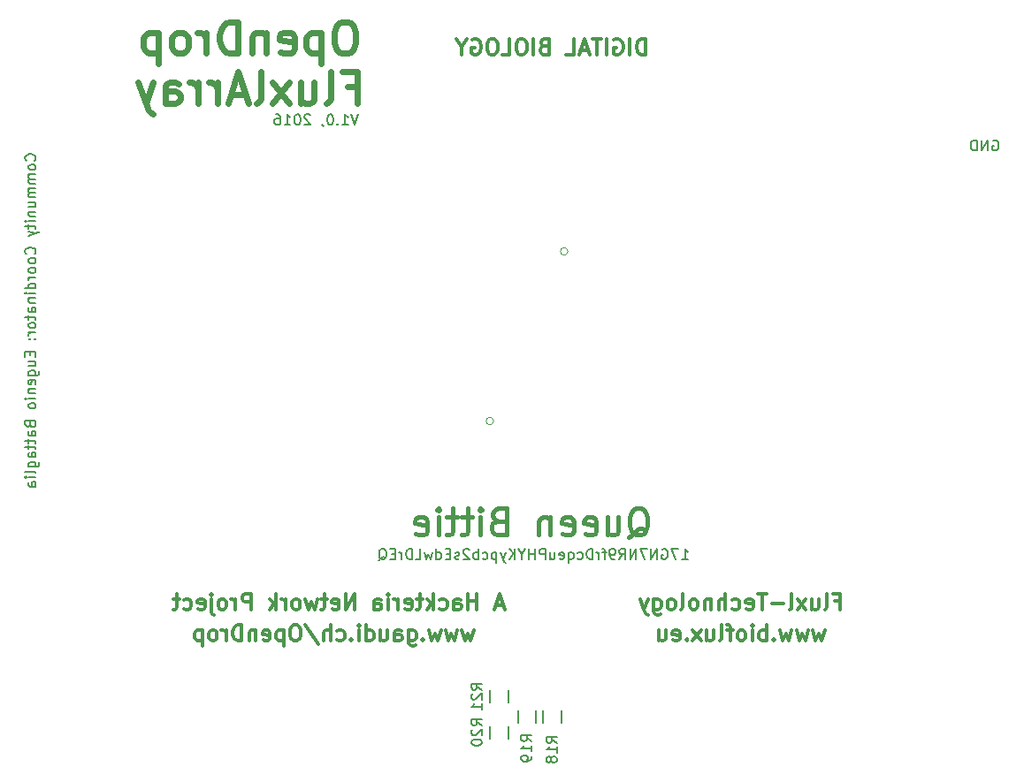
<source format=gbr>
G04 #@! TF.FileFunction,Legend,Bot*
%FSLAX46Y46*%
G04 Gerber Fmt 4.6, Leading zero omitted, Abs format (unit mm)*
G04 Created by KiCad (PCBNEW 4.0.1-stable) date 11/11/2016 12:06:41 PM*
%MOMM*%
G01*
G04 APERTURE LIST*
%ADD10C,0.100000*%
%ADD11C,0.150000*%
%ADD12C,0.400000*%
%ADD13C,0.200000*%
%ADD14C,0.300000*%
%ADD15C,0.600000*%
G04 APERTURE END LIST*
D10*
D11*
X114846287Y-120875381D02*
X115417716Y-120875381D01*
X115132002Y-120875381D02*
X115132002Y-119875381D01*
X115227240Y-120018238D01*
X115322478Y-120113476D01*
X115417716Y-120161095D01*
X114512954Y-119875381D02*
X113846287Y-119875381D01*
X114274859Y-120875381D01*
X112941525Y-119923000D02*
X113036763Y-119875381D01*
X113179620Y-119875381D01*
X113322478Y-119923000D01*
X113417716Y-120018238D01*
X113465335Y-120113476D01*
X113512954Y-120303952D01*
X113512954Y-120446810D01*
X113465335Y-120637286D01*
X113417716Y-120732524D01*
X113322478Y-120827762D01*
X113179620Y-120875381D01*
X113084382Y-120875381D01*
X112941525Y-120827762D01*
X112893906Y-120780143D01*
X112893906Y-120446810D01*
X113084382Y-120446810D01*
X112465335Y-120875381D02*
X112465335Y-119875381D01*
X111893906Y-120875381D01*
X111893906Y-119875381D01*
X111512954Y-119875381D02*
X110846287Y-119875381D01*
X111274859Y-120875381D01*
X110465335Y-120875381D02*
X110465335Y-119875381D01*
X109893906Y-120875381D01*
X109893906Y-119875381D01*
X108846287Y-120875381D02*
X109179621Y-120399190D01*
X109417716Y-120875381D02*
X109417716Y-119875381D01*
X109036763Y-119875381D01*
X108941525Y-119923000D01*
X108893906Y-119970619D01*
X108846287Y-120065857D01*
X108846287Y-120208714D01*
X108893906Y-120303952D01*
X108941525Y-120351571D01*
X109036763Y-120399190D01*
X109417716Y-120399190D01*
X108370097Y-120875381D02*
X108179621Y-120875381D01*
X108084382Y-120827762D01*
X108036763Y-120780143D01*
X107941525Y-120637286D01*
X107893906Y-120446810D01*
X107893906Y-120065857D01*
X107941525Y-119970619D01*
X107989144Y-119923000D01*
X108084382Y-119875381D01*
X108274859Y-119875381D01*
X108370097Y-119923000D01*
X108417716Y-119970619D01*
X108465335Y-120065857D01*
X108465335Y-120303952D01*
X108417716Y-120399190D01*
X108370097Y-120446810D01*
X108274859Y-120494429D01*
X108084382Y-120494429D01*
X107989144Y-120446810D01*
X107941525Y-120399190D01*
X107893906Y-120303952D01*
X107608192Y-120208714D02*
X107227240Y-120208714D01*
X107465335Y-120875381D02*
X107465335Y-120018238D01*
X107417716Y-119923000D01*
X107322478Y-119875381D01*
X107227240Y-119875381D01*
X106893906Y-120875381D02*
X106893906Y-120208714D01*
X106893906Y-120399190D02*
X106846287Y-120303952D01*
X106798668Y-120256333D01*
X106703430Y-120208714D01*
X106608191Y-120208714D01*
X106274858Y-120875381D02*
X106274858Y-119875381D01*
X106036763Y-119875381D01*
X105893905Y-119923000D01*
X105798667Y-120018238D01*
X105751048Y-120113476D01*
X105703429Y-120303952D01*
X105703429Y-120446810D01*
X105751048Y-120637286D01*
X105798667Y-120732524D01*
X105893905Y-120827762D01*
X106036763Y-120875381D01*
X106274858Y-120875381D01*
X104846286Y-120827762D02*
X104941524Y-120875381D01*
X105132001Y-120875381D01*
X105227239Y-120827762D01*
X105274858Y-120780143D01*
X105322477Y-120684905D01*
X105322477Y-120399190D01*
X105274858Y-120303952D01*
X105227239Y-120256333D01*
X105132001Y-120208714D01*
X104941524Y-120208714D01*
X104846286Y-120256333D01*
X103989143Y-120208714D02*
X103989143Y-121208714D01*
X103989143Y-120827762D02*
X104084381Y-120875381D01*
X104274858Y-120875381D01*
X104370096Y-120827762D01*
X104417715Y-120780143D01*
X104465334Y-120684905D01*
X104465334Y-120399190D01*
X104417715Y-120303952D01*
X104370096Y-120256333D01*
X104274858Y-120208714D01*
X104084381Y-120208714D01*
X103989143Y-120256333D01*
X103132000Y-120827762D02*
X103227238Y-120875381D01*
X103417715Y-120875381D01*
X103512953Y-120827762D01*
X103560572Y-120732524D01*
X103560572Y-120351571D01*
X103512953Y-120256333D01*
X103417715Y-120208714D01*
X103227238Y-120208714D01*
X103132000Y-120256333D01*
X103084381Y-120351571D01*
X103084381Y-120446810D01*
X103560572Y-120542048D01*
X102227238Y-120208714D02*
X102227238Y-120875381D01*
X102655810Y-120208714D02*
X102655810Y-120732524D01*
X102608191Y-120827762D01*
X102512953Y-120875381D01*
X102370095Y-120875381D01*
X102274857Y-120827762D01*
X102227238Y-120780143D01*
X101751048Y-120875381D02*
X101751048Y-119875381D01*
X101370095Y-119875381D01*
X101274857Y-119923000D01*
X101227238Y-119970619D01*
X101179619Y-120065857D01*
X101179619Y-120208714D01*
X101227238Y-120303952D01*
X101274857Y-120351571D01*
X101370095Y-120399190D01*
X101751048Y-120399190D01*
X100751048Y-120875381D02*
X100751048Y-119875381D01*
X100751048Y-120351571D02*
X100179619Y-120351571D01*
X100179619Y-120875381D02*
X100179619Y-119875381D01*
X99512953Y-120399190D02*
X99512953Y-120875381D01*
X99846286Y-119875381D02*
X99512953Y-120399190D01*
X99179619Y-119875381D01*
X98846286Y-120875381D02*
X98846286Y-119875381D01*
X98274857Y-120875381D02*
X98703429Y-120303952D01*
X98274857Y-119875381D02*
X98846286Y-120446810D01*
X97941524Y-120208714D02*
X97703429Y-120875381D01*
X97465333Y-120208714D02*
X97703429Y-120875381D01*
X97798667Y-121113476D01*
X97846286Y-121161095D01*
X97941524Y-121208714D01*
X97084381Y-120208714D02*
X97084381Y-121208714D01*
X97084381Y-120256333D02*
X96989143Y-120208714D01*
X96798666Y-120208714D01*
X96703428Y-120256333D01*
X96655809Y-120303952D01*
X96608190Y-120399190D01*
X96608190Y-120684905D01*
X96655809Y-120780143D01*
X96703428Y-120827762D01*
X96798666Y-120875381D01*
X96989143Y-120875381D01*
X97084381Y-120827762D01*
X95751047Y-120827762D02*
X95846285Y-120875381D01*
X96036762Y-120875381D01*
X96132000Y-120827762D01*
X96179619Y-120780143D01*
X96227238Y-120684905D01*
X96227238Y-120399190D01*
X96179619Y-120303952D01*
X96132000Y-120256333D01*
X96036762Y-120208714D01*
X95846285Y-120208714D01*
X95751047Y-120256333D01*
X95322476Y-120875381D02*
X95322476Y-119875381D01*
X95322476Y-120256333D02*
X95227238Y-120208714D01*
X95036761Y-120208714D01*
X94941523Y-120256333D01*
X94893904Y-120303952D01*
X94846285Y-120399190D01*
X94846285Y-120684905D01*
X94893904Y-120780143D01*
X94941523Y-120827762D01*
X95036761Y-120875381D01*
X95227238Y-120875381D01*
X95322476Y-120827762D01*
X94465333Y-119970619D02*
X94417714Y-119923000D01*
X94322476Y-119875381D01*
X94084380Y-119875381D01*
X93989142Y-119923000D01*
X93941523Y-119970619D01*
X93893904Y-120065857D01*
X93893904Y-120161095D01*
X93941523Y-120303952D01*
X94512952Y-120875381D01*
X93893904Y-120875381D01*
X93512952Y-120827762D02*
X93417714Y-120875381D01*
X93227238Y-120875381D01*
X93131999Y-120827762D01*
X93084380Y-120732524D01*
X93084380Y-120684905D01*
X93131999Y-120589667D01*
X93227238Y-120542048D01*
X93370095Y-120542048D01*
X93465333Y-120494429D01*
X93512952Y-120399190D01*
X93512952Y-120351571D01*
X93465333Y-120256333D01*
X93370095Y-120208714D01*
X93227238Y-120208714D01*
X93131999Y-120256333D01*
X92655809Y-120351571D02*
X92322475Y-120351571D01*
X92179618Y-120875381D02*
X92655809Y-120875381D01*
X92655809Y-119875381D01*
X92179618Y-119875381D01*
X91322475Y-120875381D02*
X91322475Y-119875381D01*
X91322475Y-120827762D02*
X91417713Y-120875381D01*
X91608190Y-120875381D01*
X91703428Y-120827762D01*
X91751047Y-120780143D01*
X91798666Y-120684905D01*
X91798666Y-120399190D01*
X91751047Y-120303952D01*
X91703428Y-120256333D01*
X91608190Y-120208714D01*
X91417713Y-120208714D01*
X91322475Y-120256333D01*
X90941523Y-120208714D02*
X90751047Y-120875381D01*
X90560570Y-120399190D01*
X90370094Y-120875381D01*
X90179618Y-120208714D01*
X89322475Y-120875381D02*
X89798666Y-120875381D01*
X89798666Y-119875381D01*
X88989142Y-120875381D02*
X88989142Y-119875381D01*
X88751047Y-119875381D01*
X88608189Y-119923000D01*
X88512951Y-120018238D01*
X88465332Y-120113476D01*
X88417713Y-120303952D01*
X88417713Y-120446810D01*
X88465332Y-120637286D01*
X88512951Y-120732524D01*
X88608189Y-120827762D01*
X88751047Y-120875381D01*
X88989142Y-120875381D01*
X87989142Y-120875381D02*
X87989142Y-120208714D01*
X87989142Y-120399190D02*
X87941523Y-120303952D01*
X87893904Y-120256333D01*
X87798666Y-120208714D01*
X87703427Y-120208714D01*
X87370094Y-120351571D02*
X87036760Y-120351571D01*
X86893903Y-120875381D02*
X87370094Y-120875381D01*
X87370094Y-119875381D01*
X86893903Y-119875381D01*
X85798665Y-120970619D02*
X85893903Y-120923000D01*
X85989141Y-120827762D01*
X86131998Y-120684905D01*
X86227237Y-120637286D01*
X86322475Y-120637286D01*
X86274856Y-120875381D02*
X86370094Y-120827762D01*
X86465332Y-120732524D01*
X86512951Y-120542048D01*
X86512951Y-120208714D01*
X86465332Y-120018238D01*
X86370094Y-119923000D01*
X86274856Y-119875381D01*
X86084379Y-119875381D01*
X85989141Y-119923000D01*
X85893903Y-120018238D01*
X85846284Y-120208714D01*
X85846284Y-120542048D01*
X85893903Y-120732524D01*
X85989141Y-120827762D01*
X86084379Y-120875381D01*
X86274856Y-120875381D01*
D10*
X103915210Y-91372000D02*
G75*
G03X103915210Y-91372000I-359210J0D01*
G01*
X96803210Y-107628000D02*
G75*
G03X96803210Y-107628000I-359210J0D01*
G01*
D12*
X109723237Y-118744048D02*
X109961332Y-118625000D01*
X110199428Y-118386905D01*
X110556571Y-118029762D01*
X110794666Y-117910714D01*
X111032761Y-117910714D01*
X110913713Y-118505952D02*
X111151809Y-118386905D01*
X111389904Y-118148810D01*
X111508952Y-117672619D01*
X111508952Y-116839286D01*
X111389904Y-116363095D01*
X111151809Y-116125000D01*
X110913713Y-116005952D01*
X110437523Y-116005952D01*
X110199428Y-116125000D01*
X109961332Y-116363095D01*
X109842285Y-116839286D01*
X109842285Y-117672619D01*
X109961332Y-118148810D01*
X110199428Y-118386905D01*
X110437523Y-118505952D01*
X110913713Y-118505952D01*
X107699427Y-116839286D02*
X107699427Y-118505952D01*
X108770856Y-116839286D02*
X108770856Y-118148810D01*
X108651808Y-118386905D01*
X108413713Y-118505952D01*
X108056570Y-118505952D01*
X107818475Y-118386905D01*
X107699427Y-118267857D01*
X105556570Y-118386905D02*
X105794665Y-118505952D01*
X106270856Y-118505952D01*
X106508951Y-118386905D01*
X106627999Y-118148810D01*
X106627999Y-117196429D01*
X106508951Y-116958333D01*
X106270856Y-116839286D01*
X105794665Y-116839286D01*
X105556570Y-116958333D01*
X105437522Y-117196429D01*
X105437522Y-117434524D01*
X106627999Y-117672619D01*
X103413713Y-118386905D02*
X103651808Y-118505952D01*
X104127999Y-118505952D01*
X104366094Y-118386905D01*
X104485142Y-118148810D01*
X104485142Y-117196429D01*
X104366094Y-116958333D01*
X104127999Y-116839286D01*
X103651808Y-116839286D01*
X103413713Y-116958333D01*
X103294665Y-117196429D01*
X103294665Y-117434524D01*
X104485142Y-117672619D01*
X102223237Y-116839286D02*
X102223237Y-118505952D01*
X102223237Y-117077381D02*
X102104189Y-116958333D01*
X101866094Y-116839286D01*
X101508951Y-116839286D01*
X101270856Y-116958333D01*
X101151808Y-117196429D01*
X101151808Y-118505952D01*
X97223237Y-117196429D02*
X96866094Y-117315476D01*
X96747046Y-117434524D01*
X96627998Y-117672619D01*
X96627998Y-118029762D01*
X96747046Y-118267857D01*
X96866094Y-118386905D01*
X97104189Y-118505952D01*
X98056570Y-118505952D01*
X98056570Y-116005952D01*
X97223237Y-116005952D01*
X96985141Y-116125000D01*
X96866094Y-116244048D01*
X96747046Y-116482143D01*
X96747046Y-116720238D01*
X96866094Y-116958333D01*
X96985141Y-117077381D01*
X97223237Y-117196429D01*
X98056570Y-117196429D01*
X95556570Y-118505952D02*
X95556570Y-116839286D01*
X95556570Y-116005952D02*
X95675618Y-116125000D01*
X95556570Y-116244048D01*
X95437522Y-116125000D01*
X95556570Y-116005952D01*
X95556570Y-116244048D01*
X94723237Y-116839286D02*
X93770856Y-116839286D01*
X94366094Y-116005952D02*
X94366094Y-118148810D01*
X94247046Y-118386905D01*
X94008951Y-118505952D01*
X93770856Y-118505952D01*
X93294666Y-116839286D02*
X92342285Y-116839286D01*
X92937523Y-116005952D02*
X92937523Y-118148810D01*
X92818475Y-118386905D01*
X92580380Y-118505952D01*
X92342285Y-118505952D01*
X91508952Y-118505952D02*
X91508952Y-116839286D01*
X91508952Y-116005952D02*
X91628000Y-116125000D01*
X91508952Y-116244048D01*
X91389904Y-116125000D01*
X91508952Y-116005952D01*
X91508952Y-116244048D01*
X89366095Y-118386905D02*
X89604190Y-118505952D01*
X90080381Y-118505952D01*
X90318476Y-118386905D01*
X90437524Y-118148810D01*
X90437524Y-117196429D01*
X90318476Y-116958333D01*
X90080381Y-116839286D01*
X89604190Y-116839286D01*
X89366095Y-116958333D01*
X89247047Y-117196429D01*
X89247047Y-117434524D01*
X90437524Y-117672619D01*
D11*
X52863143Y-82666666D02*
X52910762Y-82619047D01*
X52958381Y-82476190D01*
X52958381Y-82380952D01*
X52910762Y-82238094D01*
X52815524Y-82142856D01*
X52720286Y-82095237D01*
X52529810Y-82047618D01*
X52386952Y-82047618D01*
X52196476Y-82095237D01*
X52101238Y-82142856D01*
X52006000Y-82238094D01*
X51958381Y-82380952D01*
X51958381Y-82476190D01*
X52006000Y-82619047D01*
X52053619Y-82666666D01*
X52958381Y-83238094D02*
X52910762Y-83142856D01*
X52863143Y-83095237D01*
X52767905Y-83047618D01*
X52482190Y-83047618D01*
X52386952Y-83095237D01*
X52339333Y-83142856D01*
X52291714Y-83238094D01*
X52291714Y-83380952D01*
X52339333Y-83476190D01*
X52386952Y-83523809D01*
X52482190Y-83571428D01*
X52767905Y-83571428D01*
X52863143Y-83523809D01*
X52910762Y-83476190D01*
X52958381Y-83380952D01*
X52958381Y-83238094D01*
X52958381Y-83999999D02*
X52291714Y-83999999D01*
X52386952Y-83999999D02*
X52339333Y-84047618D01*
X52291714Y-84142856D01*
X52291714Y-84285714D01*
X52339333Y-84380952D01*
X52434571Y-84428571D01*
X52958381Y-84428571D01*
X52434571Y-84428571D02*
X52339333Y-84476190D01*
X52291714Y-84571428D01*
X52291714Y-84714285D01*
X52339333Y-84809523D01*
X52434571Y-84857142D01*
X52958381Y-84857142D01*
X52958381Y-85333332D02*
X52291714Y-85333332D01*
X52386952Y-85333332D02*
X52339333Y-85380951D01*
X52291714Y-85476189D01*
X52291714Y-85619047D01*
X52339333Y-85714285D01*
X52434571Y-85761904D01*
X52958381Y-85761904D01*
X52434571Y-85761904D02*
X52339333Y-85809523D01*
X52291714Y-85904761D01*
X52291714Y-86047618D01*
X52339333Y-86142856D01*
X52434571Y-86190475D01*
X52958381Y-86190475D01*
X52291714Y-87095237D02*
X52958381Y-87095237D01*
X52291714Y-86666665D02*
X52815524Y-86666665D01*
X52910762Y-86714284D01*
X52958381Y-86809522D01*
X52958381Y-86952380D01*
X52910762Y-87047618D01*
X52863143Y-87095237D01*
X52291714Y-87571427D02*
X52958381Y-87571427D01*
X52386952Y-87571427D02*
X52339333Y-87619046D01*
X52291714Y-87714284D01*
X52291714Y-87857142D01*
X52339333Y-87952380D01*
X52434571Y-87999999D01*
X52958381Y-87999999D01*
X52958381Y-88476189D02*
X52291714Y-88476189D01*
X51958381Y-88476189D02*
X52006000Y-88428570D01*
X52053619Y-88476189D01*
X52006000Y-88523808D01*
X51958381Y-88476189D01*
X52053619Y-88476189D01*
X52291714Y-88809522D02*
X52291714Y-89190474D01*
X51958381Y-88952379D02*
X52815524Y-88952379D01*
X52910762Y-88999998D01*
X52958381Y-89095236D01*
X52958381Y-89190474D01*
X52291714Y-89428570D02*
X52958381Y-89666665D01*
X52291714Y-89904761D02*
X52958381Y-89666665D01*
X53196476Y-89571427D01*
X53244095Y-89523808D01*
X53291714Y-89428570D01*
X52863143Y-91619047D02*
X52910762Y-91571428D01*
X52958381Y-91428571D01*
X52958381Y-91333333D01*
X52910762Y-91190475D01*
X52815524Y-91095237D01*
X52720286Y-91047618D01*
X52529810Y-90999999D01*
X52386952Y-90999999D01*
X52196476Y-91047618D01*
X52101238Y-91095237D01*
X52006000Y-91190475D01*
X51958381Y-91333333D01*
X51958381Y-91428571D01*
X52006000Y-91571428D01*
X52053619Y-91619047D01*
X52958381Y-92190475D02*
X52910762Y-92095237D01*
X52863143Y-92047618D01*
X52767905Y-91999999D01*
X52482190Y-91999999D01*
X52386952Y-92047618D01*
X52339333Y-92095237D01*
X52291714Y-92190475D01*
X52291714Y-92333333D01*
X52339333Y-92428571D01*
X52386952Y-92476190D01*
X52482190Y-92523809D01*
X52767905Y-92523809D01*
X52863143Y-92476190D01*
X52910762Y-92428571D01*
X52958381Y-92333333D01*
X52958381Y-92190475D01*
X52958381Y-93095237D02*
X52910762Y-92999999D01*
X52863143Y-92952380D01*
X52767905Y-92904761D01*
X52482190Y-92904761D01*
X52386952Y-92952380D01*
X52339333Y-92999999D01*
X52291714Y-93095237D01*
X52291714Y-93238095D01*
X52339333Y-93333333D01*
X52386952Y-93380952D01*
X52482190Y-93428571D01*
X52767905Y-93428571D01*
X52863143Y-93380952D01*
X52910762Y-93333333D01*
X52958381Y-93238095D01*
X52958381Y-93095237D01*
X52958381Y-93857142D02*
X52291714Y-93857142D01*
X52482190Y-93857142D02*
X52386952Y-93904761D01*
X52339333Y-93952380D01*
X52291714Y-94047618D01*
X52291714Y-94142857D01*
X52958381Y-94904762D02*
X51958381Y-94904762D01*
X52910762Y-94904762D02*
X52958381Y-94809524D01*
X52958381Y-94619047D01*
X52910762Y-94523809D01*
X52863143Y-94476190D01*
X52767905Y-94428571D01*
X52482190Y-94428571D01*
X52386952Y-94476190D01*
X52339333Y-94523809D01*
X52291714Y-94619047D01*
X52291714Y-94809524D01*
X52339333Y-94904762D01*
X52958381Y-95380952D02*
X52291714Y-95380952D01*
X51958381Y-95380952D02*
X52006000Y-95333333D01*
X52053619Y-95380952D01*
X52006000Y-95428571D01*
X51958381Y-95380952D01*
X52053619Y-95380952D01*
X52291714Y-95857142D02*
X52958381Y-95857142D01*
X52386952Y-95857142D02*
X52339333Y-95904761D01*
X52291714Y-95999999D01*
X52291714Y-96142857D01*
X52339333Y-96238095D01*
X52434571Y-96285714D01*
X52958381Y-96285714D01*
X52958381Y-97190476D02*
X52434571Y-97190476D01*
X52339333Y-97142857D01*
X52291714Y-97047619D01*
X52291714Y-96857142D01*
X52339333Y-96761904D01*
X52910762Y-97190476D02*
X52958381Y-97095238D01*
X52958381Y-96857142D01*
X52910762Y-96761904D01*
X52815524Y-96714285D01*
X52720286Y-96714285D01*
X52625048Y-96761904D01*
X52577429Y-96857142D01*
X52577429Y-97095238D01*
X52529810Y-97190476D01*
X52291714Y-97523809D02*
X52291714Y-97904761D01*
X51958381Y-97666666D02*
X52815524Y-97666666D01*
X52910762Y-97714285D01*
X52958381Y-97809523D01*
X52958381Y-97904761D01*
X52958381Y-98380952D02*
X52910762Y-98285714D01*
X52863143Y-98238095D01*
X52767905Y-98190476D01*
X52482190Y-98190476D01*
X52386952Y-98238095D01*
X52339333Y-98285714D01*
X52291714Y-98380952D01*
X52291714Y-98523810D01*
X52339333Y-98619048D01*
X52386952Y-98666667D01*
X52482190Y-98714286D01*
X52767905Y-98714286D01*
X52863143Y-98666667D01*
X52910762Y-98619048D01*
X52958381Y-98523810D01*
X52958381Y-98380952D01*
X52958381Y-99142857D02*
X52291714Y-99142857D01*
X52482190Y-99142857D02*
X52386952Y-99190476D01*
X52339333Y-99238095D01*
X52291714Y-99333333D01*
X52291714Y-99428572D01*
X52863143Y-99761905D02*
X52910762Y-99809524D01*
X52958381Y-99761905D01*
X52910762Y-99714286D01*
X52863143Y-99761905D01*
X52958381Y-99761905D01*
X52339333Y-99761905D02*
X52386952Y-99809524D01*
X52434571Y-99761905D01*
X52386952Y-99714286D01*
X52339333Y-99761905D01*
X52434571Y-99761905D01*
X52434571Y-101000000D02*
X52434571Y-101333334D01*
X52958381Y-101476191D02*
X52958381Y-101000000D01*
X51958381Y-101000000D01*
X51958381Y-101476191D01*
X52291714Y-102333334D02*
X52958381Y-102333334D01*
X52291714Y-101904762D02*
X52815524Y-101904762D01*
X52910762Y-101952381D01*
X52958381Y-102047619D01*
X52958381Y-102190477D01*
X52910762Y-102285715D01*
X52863143Y-102333334D01*
X52291714Y-103238096D02*
X53101238Y-103238096D01*
X53196476Y-103190477D01*
X53244095Y-103142858D01*
X53291714Y-103047619D01*
X53291714Y-102904762D01*
X53244095Y-102809524D01*
X52910762Y-103238096D02*
X52958381Y-103142858D01*
X52958381Y-102952381D01*
X52910762Y-102857143D01*
X52863143Y-102809524D01*
X52767905Y-102761905D01*
X52482190Y-102761905D01*
X52386952Y-102809524D01*
X52339333Y-102857143D01*
X52291714Y-102952381D01*
X52291714Y-103142858D01*
X52339333Y-103238096D01*
X52910762Y-104095239D02*
X52958381Y-104000001D01*
X52958381Y-103809524D01*
X52910762Y-103714286D01*
X52815524Y-103666667D01*
X52434571Y-103666667D01*
X52339333Y-103714286D01*
X52291714Y-103809524D01*
X52291714Y-104000001D01*
X52339333Y-104095239D01*
X52434571Y-104142858D01*
X52529810Y-104142858D01*
X52625048Y-103666667D01*
X52291714Y-104571429D02*
X52958381Y-104571429D01*
X52386952Y-104571429D02*
X52339333Y-104619048D01*
X52291714Y-104714286D01*
X52291714Y-104857144D01*
X52339333Y-104952382D01*
X52434571Y-105000001D01*
X52958381Y-105000001D01*
X52958381Y-105476191D02*
X52291714Y-105476191D01*
X51958381Y-105476191D02*
X52006000Y-105428572D01*
X52053619Y-105476191D01*
X52006000Y-105523810D01*
X51958381Y-105476191D01*
X52053619Y-105476191D01*
X52958381Y-106095238D02*
X52910762Y-106000000D01*
X52863143Y-105952381D01*
X52767905Y-105904762D01*
X52482190Y-105904762D01*
X52386952Y-105952381D01*
X52339333Y-106000000D01*
X52291714Y-106095238D01*
X52291714Y-106238096D01*
X52339333Y-106333334D01*
X52386952Y-106380953D01*
X52482190Y-106428572D01*
X52767905Y-106428572D01*
X52863143Y-106380953D01*
X52910762Y-106333334D01*
X52958381Y-106238096D01*
X52958381Y-106095238D01*
X52434571Y-107952382D02*
X52482190Y-108095239D01*
X52529810Y-108142858D01*
X52625048Y-108190477D01*
X52767905Y-108190477D01*
X52863143Y-108142858D01*
X52910762Y-108095239D01*
X52958381Y-108000001D01*
X52958381Y-107619048D01*
X51958381Y-107619048D01*
X51958381Y-107952382D01*
X52006000Y-108047620D01*
X52053619Y-108095239D01*
X52148857Y-108142858D01*
X52244095Y-108142858D01*
X52339333Y-108095239D01*
X52386952Y-108047620D01*
X52434571Y-107952382D01*
X52434571Y-107619048D01*
X52958381Y-109047620D02*
X52434571Y-109047620D01*
X52339333Y-109000001D01*
X52291714Y-108904763D01*
X52291714Y-108714286D01*
X52339333Y-108619048D01*
X52910762Y-109047620D02*
X52958381Y-108952382D01*
X52958381Y-108714286D01*
X52910762Y-108619048D01*
X52815524Y-108571429D01*
X52720286Y-108571429D01*
X52625048Y-108619048D01*
X52577429Y-108714286D01*
X52577429Y-108952382D01*
X52529810Y-109047620D01*
X52291714Y-109380953D02*
X52291714Y-109761905D01*
X51958381Y-109523810D02*
X52815524Y-109523810D01*
X52910762Y-109571429D01*
X52958381Y-109666667D01*
X52958381Y-109761905D01*
X52291714Y-109952382D02*
X52291714Y-110333334D01*
X51958381Y-110095239D02*
X52815524Y-110095239D01*
X52910762Y-110142858D01*
X52958381Y-110238096D01*
X52958381Y-110333334D01*
X52958381Y-111095240D02*
X52434571Y-111095240D01*
X52339333Y-111047621D01*
X52291714Y-110952383D01*
X52291714Y-110761906D01*
X52339333Y-110666668D01*
X52910762Y-111095240D02*
X52958381Y-111000002D01*
X52958381Y-110761906D01*
X52910762Y-110666668D01*
X52815524Y-110619049D01*
X52720286Y-110619049D01*
X52625048Y-110666668D01*
X52577429Y-110761906D01*
X52577429Y-111000002D01*
X52529810Y-111095240D01*
X52291714Y-112000002D02*
X53101238Y-112000002D01*
X53196476Y-111952383D01*
X53244095Y-111904764D01*
X53291714Y-111809525D01*
X53291714Y-111666668D01*
X53244095Y-111571430D01*
X52910762Y-112000002D02*
X52958381Y-111904764D01*
X52958381Y-111714287D01*
X52910762Y-111619049D01*
X52863143Y-111571430D01*
X52767905Y-111523811D01*
X52482190Y-111523811D01*
X52386952Y-111571430D01*
X52339333Y-111619049D01*
X52291714Y-111714287D01*
X52291714Y-111904764D01*
X52339333Y-112000002D01*
X52958381Y-112619049D02*
X52910762Y-112523811D01*
X52815524Y-112476192D01*
X51958381Y-112476192D01*
X52958381Y-113000002D02*
X52291714Y-113000002D01*
X51958381Y-113000002D02*
X52006000Y-112952383D01*
X52053619Y-113000002D01*
X52006000Y-113047621D01*
X51958381Y-113000002D01*
X52053619Y-113000002D01*
X52958381Y-113904764D02*
X52434571Y-113904764D01*
X52339333Y-113857145D01*
X52291714Y-113761907D01*
X52291714Y-113571430D01*
X52339333Y-113476192D01*
X52910762Y-113904764D02*
X52958381Y-113809526D01*
X52958381Y-113571430D01*
X52910762Y-113476192D01*
X52815524Y-113428573D01*
X52720286Y-113428573D01*
X52625048Y-113476192D01*
X52577429Y-113571430D01*
X52577429Y-113809526D01*
X52529810Y-113904764D01*
D13*
X144601904Y-80755000D02*
X144697142Y-80707381D01*
X144839999Y-80707381D01*
X144982857Y-80755000D01*
X145078095Y-80850238D01*
X145125714Y-80945476D01*
X145173333Y-81135952D01*
X145173333Y-81278810D01*
X145125714Y-81469286D01*
X145078095Y-81564524D01*
X144982857Y-81659762D01*
X144839999Y-81707381D01*
X144744761Y-81707381D01*
X144601904Y-81659762D01*
X144554285Y-81612143D01*
X144554285Y-81278810D01*
X144744761Y-81278810D01*
X144125714Y-81707381D02*
X144125714Y-80707381D01*
X143554285Y-81707381D01*
X143554285Y-80707381D01*
X143078095Y-81707381D02*
X143078095Y-80707381D01*
X142840000Y-80707381D01*
X142697142Y-80755000D01*
X142601904Y-80850238D01*
X142554285Y-80945476D01*
X142506666Y-81135952D01*
X142506666Y-81278810D01*
X142554285Y-81469286D01*
X142601904Y-81564524D01*
X142697142Y-81659762D01*
X142840000Y-81707381D01*
X143078095Y-81707381D01*
D14*
X128506001Y-127678571D02*
X128220287Y-128678571D01*
X127934573Y-127964286D01*
X127648858Y-128678571D01*
X127363144Y-127678571D01*
X126934572Y-127678571D02*
X126648858Y-128678571D01*
X126363144Y-127964286D01*
X126077429Y-128678571D01*
X125791715Y-127678571D01*
X125363143Y-127678571D02*
X125077429Y-128678571D01*
X124791715Y-127964286D01*
X124506000Y-128678571D01*
X124220286Y-127678571D01*
X123648857Y-128535714D02*
X123577429Y-128607143D01*
X123648857Y-128678571D01*
X123720286Y-128607143D01*
X123648857Y-128535714D01*
X123648857Y-128678571D01*
X122934571Y-128678571D02*
X122934571Y-127178571D01*
X122934571Y-127750000D02*
X122791714Y-127678571D01*
X122506000Y-127678571D01*
X122363143Y-127750000D01*
X122291714Y-127821429D01*
X122220285Y-127964286D01*
X122220285Y-128392857D01*
X122291714Y-128535714D01*
X122363143Y-128607143D01*
X122506000Y-128678571D01*
X122791714Y-128678571D01*
X122934571Y-128607143D01*
X121577428Y-128678571D02*
X121577428Y-127678571D01*
X121577428Y-127178571D02*
X121648857Y-127250000D01*
X121577428Y-127321429D01*
X121506000Y-127250000D01*
X121577428Y-127178571D01*
X121577428Y-127321429D01*
X120648856Y-128678571D02*
X120791714Y-128607143D01*
X120863142Y-128535714D01*
X120934571Y-128392857D01*
X120934571Y-127964286D01*
X120863142Y-127821429D01*
X120791714Y-127750000D01*
X120648856Y-127678571D01*
X120434571Y-127678571D01*
X120291714Y-127750000D01*
X120220285Y-127821429D01*
X120148856Y-127964286D01*
X120148856Y-128392857D01*
X120220285Y-128535714D01*
X120291714Y-128607143D01*
X120434571Y-128678571D01*
X120648856Y-128678571D01*
X119720285Y-127678571D02*
X119148856Y-127678571D01*
X119505999Y-128678571D02*
X119505999Y-127392857D01*
X119434571Y-127250000D01*
X119291713Y-127178571D01*
X119148856Y-127178571D01*
X118434570Y-128678571D02*
X118577428Y-128607143D01*
X118648856Y-128464286D01*
X118648856Y-127178571D01*
X117220285Y-127678571D02*
X117220285Y-128678571D01*
X117863142Y-127678571D02*
X117863142Y-128464286D01*
X117791714Y-128607143D01*
X117648856Y-128678571D01*
X117434571Y-128678571D01*
X117291714Y-128607143D01*
X117220285Y-128535714D01*
X116648856Y-128678571D02*
X115863142Y-127678571D01*
X116648856Y-127678571D02*
X115863142Y-128678571D01*
X115291713Y-128535714D02*
X115220285Y-128607143D01*
X115291713Y-128678571D01*
X115363142Y-128607143D01*
X115291713Y-128535714D01*
X115291713Y-128678571D01*
X114005999Y-128607143D02*
X114148856Y-128678571D01*
X114434570Y-128678571D01*
X114577427Y-128607143D01*
X114648856Y-128464286D01*
X114648856Y-127892857D01*
X114577427Y-127750000D01*
X114434570Y-127678571D01*
X114148856Y-127678571D01*
X114005999Y-127750000D01*
X113934570Y-127892857D01*
X113934570Y-128035714D01*
X114648856Y-128178571D01*
X112648856Y-127678571D02*
X112648856Y-128678571D01*
X113291713Y-127678571D02*
X113291713Y-128464286D01*
X113220285Y-128607143D01*
X113077427Y-128678571D01*
X112863142Y-128678571D01*
X112720285Y-128607143D01*
X112648856Y-128535714D01*
X129505999Y-124892857D02*
X130005999Y-124892857D01*
X130005999Y-125678571D02*
X130005999Y-124178571D01*
X129291713Y-124178571D01*
X128505999Y-125678571D02*
X128648857Y-125607143D01*
X128720285Y-125464286D01*
X128720285Y-124178571D01*
X127291714Y-124678571D02*
X127291714Y-125678571D01*
X127934571Y-124678571D02*
X127934571Y-125464286D01*
X127863143Y-125607143D01*
X127720285Y-125678571D01*
X127506000Y-125678571D01*
X127363143Y-125607143D01*
X127291714Y-125535714D01*
X126720285Y-125678571D02*
X125934571Y-124678571D01*
X126720285Y-124678571D02*
X125934571Y-125678571D01*
X125148856Y-125678571D02*
X125291714Y-125607143D01*
X125363142Y-125464286D01*
X125363142Y-124178571D01*
X124577428Y-125107143D02*
X123434571Y-125107143D01*
X122934571Y-124178571D02*
X122077428Y-124178571D01*
X122505999Y-125678571D02*
X122505999Y-124178571D01*
X121006000Y-125607143D02*
X121148857Y-125678571D01*
X121434571Y-125678571D01*
X121577428Y-125607143D01*
X121648857Y-125464286D01*
X121648857Y-124892857D01*
X121577428Y-124750000D01*
X121434571Y-124678571D01*
X121148857Y-124678571D01*
X121006000Y-124750000D01*
X120934571Y-124892857D01*
X120934571Y-125035714D01*
X121648857Y-125178571D01*
X119648857Y-125607143D02*
X119791714Y-125678571D01*
X120077428Y-125678571D01*
X120220286Y-125607143D01*
X120291714Y-125535714D01*
X120363143Y-125392857D01*
X120363143Y-124964286D01*
X120291714Y-124821429D01*
X120220286Y-124750000D01*
X120077428Y-124678571D01*
X119791714Y-124678571D01*
X119648857Y-124750000D01*
X119006000Y-125678571D02*
X119006000Y-124178571D01*
X118363143Y-125678571D02*
X118363143Y-124892857D01*
X118434572Y-124750000D01*
X118577429Y-124678571D01*
X118791714Y-124678571D01*
X118934572Y-124750000D01*
X119006000Y-124821429D01*
X117648857Y-124678571D02*
X117648857Y-125678571D01*
X117648857Y-124821429D02*
X117577429Y-124750000D01*
X117434571Y-124678571D01*
X117220286Y-124678571D01*
X117077429Y-124750000D01*
X117006000Y-124892857D01*
X117006000Y-125678571D01*
X116077428Y-125678571D02*
X116220286Y-125607143D01*
X116291714Y-125535714D01*
X116363143Y-125392857D01*
X116363143Y-124964286D01*
X116291714Y-124821429D01*
X116220286Y-124750000D01*
X116077428Y-124678571D01*
X115863143Y-124678571D01*
X115720286Y-124750000D01*
X115648857Y-124821429D01*
X115577428Y-124964286D01*
X115577428Y-125392857D01*
X115648857Y-125535714D01*
X115720286Y-125607143D01*
X115863143Y-125678571D01*
X116077428Y-125678571D01*
X114720285Y-125678571D02*
X114863143Y-125607143D01*
X114934571Y-125464286D01*
X114934571Y-124178571D01*
X113934571Y-125678571D02*
X114077429Y-125607143D01*
X114148857Y-125535714D01*
X114220286Y-125392857D01*
X114220286Y-124964286D01*
X114148857Y-124821429D01*
X114077429Y-124750000D01*
X113934571Y-124678571D01*
X113720286Y-124678571D01*
X113577429Y-124750000D01*
X113506000Y-124821429D01*
X113434571Y-124964286D01*
X113434571Y-125392857D01*
X113506000Y-125535714D01*
X113577429Y-125607143D01*
X113720286Y-125678571D01*
X113934571Y-125678571D01*
X112148857Y-124678571D02*
X112148857Y-125892857D01*
X112220286Y-126035714D01*
X112291714Y-126107143D01*
X112434571Y-126178571D01*
X112648857Y-126178571D01*
X112791714Y-126107143D01*
X112148857Y-125607143D02*
X112291714Y-125678571D01*
X112577428Y-125678571D01*
X112720286Y-125607143D01*
X112791714Y-125535714D01*
X112863143Y-125392857D01*
X112863143Y-124964286D01*
X112791714Y-124821429D01*
X112720286Y-124750000D01*
X112577428Y-124678571D01*
X112291714Y-124678571D01*
X112148857Y-124750000D01*
X111577428Y-124678571D02*
X111220285Y-125678571D01*
X110863143Y-124678571D02*
X111220285Y-125678571D01*
X111363143Y-126035714D01*
X111434571Y-126107143D01*
X111577428Y-126178571D01*
X97720286Y-125250000D02*
X97006000Y-125250000D01*
X97863143Y-125678571D02*
X97363143Y-124178571D01*
X96863143Y-125678571D01*
X95220286Y-125678571D02*
X95220286Y-124178571D01*
X95220286Y-124892857D02*
X94363143Y-124892857D01*
X94363143Y-125678571D02*
X94363143Y-124178571D01*
X93006000Y-125678571D02*
X93006000Y-124892857D01*
X93077429Y-124750000D01*
X93220286Y-124678571D01*
X93506000Y-124678571D01*
X93648857Y-124750000D01*
X93006000Y-125607143D02*
X93148857Y-125678571D01*
X93506000Y-125678571D01*
X93648857Y-125607143D01*
X93720286Y-125464286D01*
X93720286Y-125321429D01*
X93648857Y-125178571D01*
X93506000Y-125107143D01*
X93148857Y-125107143D01*
X93006000Y-125035714D01*
X91648857Y-125607143D02*
X91791714Y-125678571D01*
X92077428Y-125678571D01*
X92220286Y-125607143D01*
X92291714Y-125535714D01*
X92363143Y-125392857D01*
X92363143Y-124964286D01*
X92291714Y-124821429D01*
X92220286Y-124750000D01*
X92077428Y-124678571D01*
X91791714Y-124678571D01*
X91648857Y-124750000D01*
X91006000Y-125678571D02*
X91006000Y-124178571D01*
X90863143Y-125107143D02*
X90434572Y-125678571D01*
X90434572Y-124678571D02*
X91006000Y-125250000D01*
X90006000Y-124678571D02*
X89434571Y-124678571D01*
X89791714Y-124178571D02*
X89791714Y-125464286D01*
X89720286Y-125607143D01*
X89577428Y-125678571D01*
X89434571Y-125678571D01*
X88363143Y-125607143D02*
X88506000Y-125678571D01*
X88791714Y-125678571D01*
X88934571Y-125607143D01*
X89006000Y-125464286D01*
X89006000Y-124892857D01*
X88934571Y-124750000D01*
X88791714Y-124678571D01*
X88506000Y-124678571D01*
X88363143Y-124750000D01*
X88291714Y-124892857D01*
X88291714Y-125035714D01*
X89006000Y-125178571D01*
X87648857Y-125678571D02*
X87648857Y-124678571D01*
X87648857Y-124964286D02*
X87577429Y-124821429D01*
X87506000Y-124750000D01*
X87363143Y-124678571D01*
X87220286Y-124678571D01*
X86720286Y-125678571D02*
X86720286Y-124678571D01*
X86720286Y-124178571D02*
X86791715Y-124250000D01*
X86720286Y-124321429D01*
X86648858Y-124250000D01*
X86720286Y-124178571D01*
X86720286Y-124321429D01*
X85363143Y-125678571D02*
X85363143Y-124892857D01*
X85434572Y-124750000D01*
X85577429Y-124678571D01*
X85863143Y-124678571D01*
X86006000Y-124750000D01*
X85363143Y-125607143D02*
X85506000Y-125678571D01*
X85863143Y-125678571D01*
X86006000Y-125607143D01*
X86077429Y-125464286D01*
X86077429Y-125321429D01*
X86006000Y-125178571D01*
X85863143Y-125107143D01*
X85506000Y-125107143D01*
X85363143Y-125035714D01*
X83506000Y-125678571D02*
X83506000Y-124178571D01*
X82648857Y-125678571D01*
X82648857Y-124178571D01*
X81363143Y-125607143D02*
X81506000Y-125678571D01*
X81791714Y-125678571D01*
X81934571Y-125607143D01*
X82006000Y-125464286D01*
X82006000Y-124892857D01*
X81934571Y-124750000D01*
X81791714Y-124678571D01*
X81506000Y-124678571D01*
X81363143Y-124750000D01*
X81291714Y-124892857D01*
X81291714Y-125035714D01*
X82006000Y-125178571D01*
X80863143Y-124678571D02*
X80291714Y-124678571D01*
X80648857Y-124178571D02*
X80648857Y-125464286D01*
X80577429Y-125607143D01*
X80434571Y-125678571D01*
X80291714Y-125678571D01*
X79934571Y-124678571D02*
X79648857Y-125678571D01*
X79363143Y-124964286D01*
X79077428Y-125678571D01*
X78791714Y-124678571D01*
X78005999Y-125678571D02*
X78148857Y-125607143D01*
X78220285Y-125535714D01*
X78291714Y-125392857D01*
X78291714Y-124964286D01*
X78220285Y-124821429D01*
X78148857Y-124750000D01*
X78005999Y-124678571D01*
X77791714Y-124678571D01*
X77648857Y-124750000D01*
X77577428Y-124821429D01*
X77505999Y-124964286D01*
X77505999Y-125392857D01*
X77577428Y-125535714D01*
X77648857Y-125607143D01*
X77791714Y-125678571D01*
X78005999Y-125678571D01*
X76863142Y-125678571D02*
X76863142Y-124678571D01*
X76863142Y-124964286D02*
X76791714Y-124821429D01*
X76720285Y-124750000D01*
X76577428Y-124678571D01*
X76434571Y-124678571D01*
X75934571Y-125678571D02*
X75934571Y-124178571D01*
X75791714Y-125107143D02*
X75363143Y-125678571D01*
X75363143Y-124678571D02*
X75934571Y-125250000D01*
X73577428Y-125678571D02*
X73577428Y-124178571D01*
X73006000Y-124178571D01*
X72863142Y-124250000D01*
X72791714Y-124321429D01*
X72720285Y-124464286D01*
X72720285Y-124678571D01*
X72791714Y-124821429D01*
X72863142Y-124892857D01*
X73006000Y-124964286D01*
X73577428Y-124964286D01*
X72077428Y-125678571D02*
X72077428Y-124678571D01*
X72077428Y-124964286D02*
X72006000Y-124821429D01*
X71934571Y-124750000D01*
X71791714Y-124678571D01*
X71648857Y-124678571D01*
X70934571Y-125678571D02*
X71077429Y-125607143D01*
X71148857Y-125535714D01*
X71220286Y-125392857D01*
X71220286Y-124964286D01*
X71148857Y-124821429D01*
X71077429Y-124750000D01*
X70934571Y-124678571D01*
X70720286Y-124678571D01*
X70577429Y-124750000D01*
X70506000Y-124821429D01*
X70434571Y-124964286D01*
X70434571Y-125392857D01*
X70506000Y-125535714D01*
X70577429Y-125607143D01*
X70720286Y-125678571D01*
X70934571Y-125678571D01*
X69791714Y-124678571D02*
X69791714Y-125964286D01*
X69863143Y-126107143D01*
X70006000Y-126178571D01*
X70077428Y-126178571D01*
X69791714Y-124178571D02*
X69863143Y-124250000D01*
X69791714Y-124321429D01*
X69720286Y-124250000D01*
X69791714Y-124178571D01*
X69791714Y-124321429D01*
X68506000Y-125607143D02*
X68648857Y-125678571D01*
X68934571Y-125678571D01*
X69077428Y-125607143D01*
X69148857Y-125464286D01*
X69148857Y-124892857D01*
X69077428Y-124750000D01*
X68934571Y-124678571D01*
X68648857Y-124678571D01*
X68506000Y-124750000D01*
X68434571Y-124892857D01*
X68434571Y-125035714D01*
X69148857Y-125178571D01*
X67148857Y-125607143D02*
X67291714Y-125678571D01*
X67577428Y-125678571D01*
X67720286Y-125607143D01*
X67791714Y-125535714D01*
X67863143Y-125392857D01*
X67863143Y-124964286D01*
X67791714Y-124821429D01*
X67720286Y-124750000D01*
X67577428Y-124678571D01*
X67291714Y-124678571D01*
X67148857Y-124750000D01*
X66720286Y-124678571D02*
X66148857Y-124678571D01*
X66506000Y-124178571D02*
X66506000Y-125464286D01*
X66434572Y-125607143D01*
X66291714Y-125678571D01*
X66148857Y-125678571D01*
X94898858Y-127678571D02*
X94613144Y-128678571D01*
X94327430Y-127964286D01*
X94041715Y-128678571D01*
X93756001Y-127678571D01*
X93327429Y-127678571D02*
X93041715Y-128678571D01*
X92756001Y-127964286D01*
X92470286Y-128678571D01*
X92184572Y-127678571D01*
X91756000Y-127678571D02*
X91470286Y-128678571D01*
X91184572Y-127964286D01*
X90898857Y-128678571D01*
X90613143Y-127678571D01*
X90041714Y-128535714D02*
X89970286Y-128607143D01*
X90041714Y-128678571D01*
X90113143Y-128607143D01*
X90041714Y-128535714D01*
X90041714Y-128678571D01*
X88684571Y-127678571D02*
X88684571Y-128892857D01*
X88756000Y-129035714D01*
X88827428Y-129107143D01*
X88970285Y-129178571D01*
X89184571Y-129178571D01*
X89327428Y-129107143D01*
X88684571Y-128607143D02*
X88827428Y-128678571D01*
X89113142Y-128678571D01*
X89256000Y-128607143D01*
X89327428Y-128535714D01*
X89398857Y-128392857D01*
X89398857Y-127964286D01*
X89327428Y-127821429D01*
X89256000Y-127750000D01*
X89113142Y-127678571D01*
X88827428Y-127678571D01*
X88684571Y-127750000D01*
X87327428Y-128678571D02*
X87327428Y-127892857D01*
X87398857Y-127750000D01*
X87541714Y-127678571D01*
X87827428Y-127678571D01*
X87970285Y-127750000D01*
X87327428Y-128607143D02*
X87470285Y-128678571D01*
X87827428Y-128678571D01*
X87970285Y-128607143D01*
X88041714Y-128464286D01*
X88041714Y-128321429D01*
X87970285Y-128178571D01*
X87827428Y-128107143D01*
X87470285Y-128107143D01*
X87327428Y-128035714D01*
X85970285Y-127678571D02*
X85970285Y-128678571D01*
X86613142Y-127678571D02*
X86613142Y-128464286D01*
X86541714Y-128607143D01*
X86398856Y-128678571D01*
X86184571Y-128678571D01*
X86041714Y-128607143D01*
X85970285Y-128535714D01*
X84613142Y-128678571D02*
X84613142Y-127178571D01*
X84613142Y-128607143D02*
X84755999Y-128678571D01*
X85041713Y-128678571D01*
X85184571Y-128607143D01*
X85255999Y-128535714D01*
X85327428Y-128392857D01*
X85327428Y-127964286D01*
X85255999Y-127821429D01*
X85184571Y-127750000D01*
X85041713Y-127678571D01*
X84755999Y-127678571D01*
X84613142Y-127750000D01*
X83898856Y-128678571D02*
X83898856Y-127678571D01*
X83898856Y-127178571D02*
X83970285Y-127250000D01*
X83898856Y-127321429D01*
X83827428Y-127250000D01*
X83898856Y-127178571D01*
X83898856Y-127321429D01*
X83184570Y-128535714D02*
X83113142Y-128607143D01*
X83184570Y-128678571D01*
X83255999Y-128607143D01*
X83184570Y-128535714D01*
X83184570Y-128678571D01*
X81827427Y-128607143D02*
X81970284Y-128678571D01*
X82255998Y-128678571D01*
X82398856Y-128607143D01*
X82470284Y-128535714D01*
X82541713Y-128392857D01*
X82541713Y-127964286D01*
X82470284Y-127821429D01*
X82398856Y-127750000D01*
X82255998Y-127678571D01*
X81970284Y-127678571D01*
X81827427Y-127750000D01*
X81184570Y-128678571D02*
X81184570Y-127178571D01*
X80541713Y-128678571D02*
X80541713Y-127892857D01*
X80613142Y-127750000D01*
X80755999Y-127678571D01*
X80970284Y-127678571D01*
X81113142Y-127750000D01*
X81184570Y-127821429D01*
X78755999Y-127107143D02*
X80041713Y-129035714D01*
X77970284Y-127178571D02*
X77684570Y-127178571D01*
X77541712Y-127250000D01*
X77398855Y-127392857D01*
X77327427Y-127678571D01*
X77327427Y-128178571D01*
X77398855Y-128464286D01*
X77541712Y-128607143D01*
X77684570Y-128678571D01*
X77970284Y-128678571D01*
X78113141Y-128607143D01*
X78255998Y-128464286D01*
X78327427Y-128178571D01*
X78327427Y-127678571D01*
X78255998Y-127392857D01*
X78113141Y-127250000D01*
X77970284Y-127178571D01*
X76684569Y-127678571D02*
X76684569Y-129178571D01*
X76684569Y-127750000D02*
X76541712Y-127678571D01*
X76255998Y-127678571D01*
X76113141Y-127750000D01*
X76041712Y-127821429D01*
X75970283Y-127964286D01*
X75970283Y-128392857D01*
X76041712Y-128535714D01*
X76113141Y-128607143D01*
X76255998Y-128678571D01*
X76541712Y-128678571D01*
X76684569Y-128607143D01*
X74755998Y-128607143D02*
X74898855Y-128678571D01*
X75184569Y-128678571D01*
X75327426Y-128607143D01*
X75398855Y-128464286D01*
X75398855Y-127892857D01*
X75327426Y-127750000D01*
X75184569Y-127678571D01*
X74898855Y-127678571D01*
X74755998Y-127750000D01*
X74684569Y-127892857D01*
X74684569Y-128035714D01*
X75398855Y-128178571D01*
X74041712Y-127678571D02*
X74041712Y-128678571D01*
X74041712Y-127821429D02*
X73970284Y-127750000D01*
X73827426Y-127678571D01*
X73613141Y-127678571D01*
X73470284Y-127750000D01*
X73398855Y-127892857D01*
X73398855Y-128678571D01*
X72684569Y-128678571D02*
X72684569Y-127178571D01*
X72327426Y-127178571D01*
X72113141Y-127250000D01*
X71970283Y-127392857D01*
X71898855Y-127535714D01*
X71827426Y-127821429D01*
X71827426Y-128035714D01*
X71898855Y-128321429D01*
X71970283Y-128464286D01*
X72113141Y-128607143D01*
X72327426Y-128678571D01*
X72684569Y-128678571D01*
X71184569Y-128678571D02*
X71184569Y-127678571D01*
X71184569Y-127964286D02*
X71113141Y-127821429D01*
X71041712Y-127750000D01*
X70898855Y-127678571D01*
X70755998Y-127678571D01*
X70041712Y-128678571D02*
X70184570Y-128607143D01*
X70255998Y-128535714D01*
X70327427Y-128392857D01*
X70327427Y-127964286D01*
X70255998Y-127821429D01*
X70184570Y-127750000D01*
X70041712Y-127678571D01*
X69827427Y-127678571D01*
X69684570Y-127750000D01*
X69613141Y-127821429D01*
X69541712Y-127964286D01*
X69541712Y-128392857D01*
X69613141Y-128535714D01*
X69684570Y-128607143D01*
X69827427Y-128678571D01*
X70041712Y-128678571D01*
X68898855Y-127678571D02*
X68898855Y-129178571D01*
X68898855Y-127750000D02*
X68755998Y-127678571D01*
X68470284Y-127678571D01*
X68327427Y-127750000D01*
X68255998Y-127821429D01*
X68184569Y-127964286D01*
X68184569Y-128392857D01*
X68255998Y-128535714D01*
X68327427Y-128607143D01*
X68470284Y-128678571D01*
X68755998Y-128678571D01*
X68898855Y-128607143D01*
D13*
X83829762Y-78227381D02*
X83496429Y-79227381D01*
X83163095Y-78227381D01*
X82305952Y-79227381D02*
X82877381Y-79227381D01*
X82591667Y-79227381D02*
X82591667Y-78227381D01*
X82686905Y-78370238D01*
X82782143Y-78465476D01*
X82877381Y-78513095D01*
X81877381Y-79132143D02*
X81829762Y-79179762D01*
X81877381Y-79227381D01*
X81925000Y-79179762D01*
X81877381Y-79132143D01*
X81877381Y-79227381D01*
X81210715Y-78227381D02*
X81115476Y-78227381D01*
X81020238Y-78275000D01*
X80972619Y-78322619D01*
X80925000Y-78417857D01*
X80877381Y-78608333D01*
X80877381Y-78846429D01*
X80925000Y-79036905D01*
X80972619Y-79132143D01*
X81020238Y-79179762D01*
X81115476Y-79227381D01*
X81210715Y-79227381D01*
X81305953Y-79179762D01*
X81353572Y-79132143D01*
X81401191Y-79036905D01*
X81448810Y-78846429D01*
X81448810Y-78608333D01*
X81401191Y-78417857D01*
X81353572Y-78322619D01*
X81305953Y-78275000D01*
X81210715Y-78227381D01*
X80401191Y-79179762D02*
X80401191Y-79227381D01*
X80448810Y-79322619D01*
X80496429Y-79370238D01*
X79258334Y-78322619D02*
X79210715Y-78275000D01*
X79115477Y-78227381D01*
X78877381Y-78227381D01*
X78782143Y-78275000D01*
X78734524Y-78322619D01*
X78686905Y-78417857D01*
X78686905Y-78513095D01*
X78734524Y-78655952D01*
X79305953Y-79227381D01*
X78686905Y-79227381D01*
X78067858Y-78227381D02*
X77972619Y-78227381D01*
X77877381Y-78275000D01*
X77829762Y-78322619D01*
X77782143Y-78417857D01*
X77734524Y-78608333D01*
X77734524Y-78846429D01*
X77782143Y-79036905D01*
X77829762Y-79132143D01*
X77877381Y-79179762D01*
X77972619Y-79227381D01*
X78067858Y-79227381D01*
X78163096Y-79179762D01*
X78210715Y-79132143D01*
X78258334Y-79036905D01*
X78305953Y-78846429D01*
X78305953Y-78608333D01*
X78258334Y-78417857D01*
X78210715Y-78322619D01*
X78163096Y-78275000D01*
X78067858Y-78227381D01*
X76782143Y-79227381D02*
X77353572Y-79227381D01*
X77067858Y-79227381D02*
X77067858Y-78227381D01*
X77163096Y-78370238D01*
X77258334Y-78465476D01*
X77353572Y-78513095D01*
X75925000Y-78227381D02*
X76115477Y-78227381D01*
X76210715Y-78275000D01*
X76258334Y-78322619D01*
X76353572Y-78465476D01*
X76401191Y-78655952D01*
X76401191Y-79036905D01*
X76353572Y-79132143D01*
X76305953Y-79179762D01*
X76210715Y-79227381D01*
X76020238Y-79227381D01*
X75925000Y-79179762D01*
X75877381Y-79132143D01*
X75829762Y-79036905D01*
X75829762Y-78798810D01*
X75877381Y-78703571D01*
X75925000Y-78655952D01*
X76020238Y-78608333D01*
X76210715Y-78608333D01*
X76305953Y-78655952D01*
X76353572Y-78703571D01*
X76401191Y-78798810D01*
D15*
X82853572Y-69382143D02*
X82282143Y-69382143D01*
X81996429Y-69525000D01*
X81710715Y-69810714D01*
X81567857Y-70382143D01*
X81567857Y-71382143D01*
X81710715Y-71953571D01*
X81996429Y-72239286D01*
X82282143Y-72382143D01*
X82853572Y-72382143D01*
X83139286Y-72239286D01*
X83425000Y-71953571D01*
X83567857Y-71382143D01*
X83567857Y-70382143D01*
X83425000Y-69810714D01*
X83139286Y-69525000D01*
X82853572Y-69382143D01*
X80282143Y-70382143D02*
X80282143Y-73382143D01*
X80282143Y-70525000D02*
X79996429Y-70382143D01*
X79425000Y-70382143D01*
X79139286Y-70525000D01*
X78996429Y-70667857D01*
X78853572Y-70953571D01*
X78853572Y-71810714D01*
X78996429Y-72096429D01*
X79139286Y-72239286D01*
X79425000Y-72382143D01*
X79996429Y-72382143D01*
X80282143Y-72239286D01*
X76425000Y-72239286D02*
X76710714Y-72382143D01*
X77282143Y-72382143D01*
X77567857Y-72239286D01*
X77710714Y-71953571D01*
X77710714Y-70810714D01*
X77567857Y-70525000D01*
X77282143Y-70382143D01*
X76710714Y-70382143D01*
X76425000Y-70525000D01*
X76282143Y-70810714D01*
X76282143Y-71096429D01*
X77710714Y-71382143D01*
X74996428Y-70382143D02*
X74996428Y-72382143D01*
X74996428Y-70667857D02*
X74853571Y-70525000D01*
X74567857Y-70382143D01*
X74139285Y-70382143D01*
X73853571Y-70525000D01*
X73710714Y-70810714D01*
X73710714Y-72382143D01*
X72282142Y-72382143D02*
X72282142Y-69382143D01*
X71567857Y-69382143D01*
X71139285Y-69525000D01*
X70853571Y-69810714D01*
X70710714Y-70096429D01*
X70567857Y-70667857D01*
X70567857Y-71096429D01*
X70710714Y-71667857D01*
X70853571Y-71953571D01*
X71139285Y-72239286D01*
X71567857Y-72382143D01*
X72282142Y-72382143D01*
X69282142Y-72382143D02*
X69282142Y-70382143D01*
X69282142Y-70953571D02*
X69139285Y-70667857D01*
X68996428Y-70525000D01*
X68710714Y-70382143D01*
X68424999Y-70382143D01*
X66996428Y-72382143D02*
X67282142Y-72239286D01*
X67424999Y-72096429D01*
X67567856Y-71810714D01*
X67567856Y-70953571D01*
X67424999Y-70667857D01*
X67282142Y-70525000D01*
X66996428Y-70382143D01*
X66567856Y-70382143D01*
X66282142Y-70525000D01*
X66139285Y-70667857D01*
X65996428Y-70953571D01*
X65996428Y-71810714D01*
X66139285Y-72096429D01*
X66282142Y-72239286D01*
X66567856Y-72382143D01*
X66996428Y-72382143D01*
X64710713Y-70382143D02*
X64710713Y-73382143D01*
X64710713Y-70525000D02*
X64424999Y-70382143D01*
X63853570Y-70382143D01*
X63567856Y-70525000D01*
X63424999Y-70667857D01*
X63282142Y-70953571D01*
X63282142Y-71810714D01*
X63424999Y-72096429D01*
X63567856Y-72239286D01*
X63853570Y-72382143D01*
X64424999Y-72382143D01*
X64710713Y-72239286D01*
X82782143Y-75610714D02*
X83782143Y-75610714D01*
X83782143Y-77182143D02*
X83782143Y-74182143D01*
X82353572Y-74182143D01*
X80782143Y-77182143D02*
X81067857Y-77039286D01*
X81210714Y-76753571D01*
X81210714Y-74182143D01*
X78353571Y-75182143D02*
X78353571Y-77182143D01*
X79639285Y-75182143D02*
X79639285Y-76753571D01*
X79496428Y-77039286D01*
X79210714Y-77182143D01*
X78782142Y-77182143D01*
X78496428Y-77039286D01*
X78353571Y-76896429D01*
X77210714Y-77182143D02*
X75639285Y-75182143D01*
X77210714Y-75182143D02*
X75639285Y-77182143D01*
X74067857Y-77182143D02*
X74353571Y-77039286D01*
X74496428Y-76753571D01*
X74496428Y-74182143D01*
X73067856Y-76325000D02*
X71639285Y-76325000D01*
X73353571Y-77182143D02*
X72353571Y-74182143D01*
X71353571Y-77182143D01*
X70353570Y-77182143D02*
X70353570Y-75182143D01*
X70353570Y-75753571D02*
X70210713Y-75467857D01*
X70067856Y-75325000D01*
X69782142Y-75182143D01*
X69496427Y-75182143D01*
X68496427Y-77182143D02*
X68496427Y-75182143D01*
X68496427Y-75753571D02*
X68353570Y-75467857D01*
X68210713Y-75325000D01*
X67924999Y-75182143D01*
X67639284Y-75182143D01*
X65353570Y-77182143D02*
X65353570Y-75610714D01*
X65496427Y-75325000D01*
X65782141Y-75182143D01*
X66353570Y-75182143D01*
X66639284Y-75325000D01*
X65353570Y-77039286D02*
X65639284Y-77182143D01*
X66353570Y-77182143D01*
X66639284Y-77039286D01*
X66782141Y-76753571D01*
X66782141Y-76467857D01*
X66639284Y-76182143D01*
X66353570Y-76039286D01*
X65639284Y-76039286D01*
X65353570Y-75896429D01*
X64210713Y-75182143D02*
X63496427Y-77182143D01*
X62782141Y-75182143D02*
X63496427Y-77182143D01*
X63782141Y-77896429D01*
X63924998Y-78039286D01*
X64210713Y-78182143D01*
D14*
X111338572Y-72513571D02*
X111338572Y-71013571D01*
X110981429Y-71013571D01*
X110767144Y-71085000D01*
X110624286Y-71227857D01*
X110552858Y-71370714D01*
X110481429Y-71656429D01*
X110481429Y-71870714D01*
X110552858Y-72156429D01*
X110624286Y-72299286D01*
X110767144Y-72442143D01*
X110981429Y-72513571D01*
X111338572Y-72513571D01*
X109838572Y-72513571D02*
X109838572Y-71013571D01*
X108338572Y-71085000D02*
X108481429Y-71013571D01*
X108695715Y-71013571D01*
X108910000Y-71085000D01*
X109052858Y-71227857D01*
X109124286Y-71370714D01*
X109195715Y-71656429D01*
X109195715Y-71870714D01*
X109124286Y-72156429D01*
X109052858Y-72299286D01*
X108910000Y-72442143D01*
X108695715Y-72513571D01*
X108552858Y-72513571D01*
X108338572Y-72442143D01*
X108267143Y-72370714D01*
X108267143Y-71870714D01*
X108552858Y-71870714D01*
X107624286Y-72513571D02*
X107624286Y-71013571D01*
X107124286Y-71013571D02*
X106267143Y-71013571D01*
X106695714Y-72513571D02*
X106695714Y-71013571D01*
X105838572Y-72085000D02*
X105124286Y-72085000D01*
X105981429Y-72513571D02*
X105481429Y-71013571D01*
X104981429Y-72513571D01*
X103767143Y-72513571D02*
X104481429Y-72513571D01*
X104481429Y-71013571D01*
X101624286Y-71727857D02*
X101410000Y-71799286D01*
X101338572Y-71870714D01*
X101267143Y-72013571D01*
X101267143Y-72227857D01*
X101338572Y-72370714D01*
X101410000Y-72442143D01*
X101552858Y-72513571D01*
X102124286Y-72513571D01*
X102124286Y-71013571D01*
X101624286Y-71013571D01*
X101481429Y-71085000D01*
X101410000Y-71156429D01*
X101338572Y-71299286D01*
X101338572Y-71442143D01*
X101410000Y-71585000D01*
X101481429Y-71656429D01*
X101624286Y-71727857D01*
X102124286Y-71727857D01*
X100624286Y-72513571D02*
X100624286Y-71013571D01*
X99624286Y-71013571D02*
X99338572Y-71013571D01*
X99195714Y-71085000D01*
X99052857Y-71227857D01*
X98981429Y-71513571D01*
X98981429Y-72013571D01*
X99052857Y-72299286D01*
X99195714Y-72442143D01*
X99338572Y-72513571D01*
X99624286Y-72513571D01*
X99767143Y-72442143D01*
X99910000Y-72299286D01*
X99981429Y-72013571D01*
X99981429Y-71513571D01*
X99910000Y-71227857D01*
X99767143Y-71085000D01*
X99624286Y-71013571D01*
X97624285Y-72513571D02*
X98338571Y-72513571D01*
X98338571Y-71013571D01*
X96838571Y-71013571D02*
X96552857Y-71013571D01*
X96409999Y-71085000D01*
X96267142Y-71227857D01*
X96195714Y-71513571D01*
X96195714Y-72013571D01*
X96267142Y-72299286D01*
X96409999Y-72442143D01*
X96552857Y-72513571D01*
X96838571Y-72513571D01*
X96981428Y-72442143D01*
X97124285Y-72299286D01*
X97195714Y-72013571D01*
X97195714Y-71513571D01*
X97124285Y-71227857D01*
X96981428Y-71085000D01*
X96838571Y-71013571D01*
X94767142Y-71085000D02*
X94909999Y-71013571D01*
X95124285Y-71013571D01*
X95338570Y-71085000D01*
X95481428Y-71227857D01*
X95552856Y-71370714D01*
X95624285Y-71656429D01*
X95624285Y-71870714D01*
X95552856Y-72156429D01*
X95481428Y-72299286D01*
X95338570Y-72442143D01*
X95124285Y-72513571D01*
X94981428Y-72513571D01*
X94767142Y-72442143D01*
X94695713Y-72370714D01*
X94695713Y-71870714D01*
X94981428Y-71870714D01*
X93767142Y-71799286D02*
X93767142Y-72513571D01*
X94267142Y-71013571D02*
X93767142Y-71799286D01*
X93267142Y-71013571D01*
D11*
X101535000Y-135317000D02*
X101535000Y-136517000D01*
X103285000Y-136517000D02*
X103285000Y-135317000D01*
X100872000Y-136517000D02*
X100872000Y-135317000D01*
X99122000Y-135317000D02*
X99122000Y-136517000D01*
X98205000Y-138041000D02*
X98205000Y-136841000D01*
X96455000Y-136841000D02*
X96455000Y-138041000D01*
X98205000Y-134612000D02*
X98205000Y-133412000D01*
X96455000Y-133412000D02*
X96455000Y-134612000D01*
X102862381Y-138449143D02*
X102386190Y-138115809D01*
X102862381Y-137877714D02*
X101862381Y-137877714D01*
X101862381Y-138258667D01*
X101910000Y-138353905D01*
X101957619Y-138401524D01*
X102052857Y-138449143D01*
X102195714Y-138449143D01*
X102290952Y-138401524D01*
X102338571Y-138353905D01*
X102386190Y-138258667D01*
X102386190Y-137877714D01*
X102862381Y-139401524D02*
X102862381Y-138830095D01*
X102862381Y-139115809D02*
X101862381Y-139115809D01*
X102005238Y-139020571D01*
X102100476Y-138925333D01*
X102148095Y-138830095D01*
X102290952Y-139972952D02*
X102243333Y-139877714D01*
X102195714Y-139830095D01*
X102100476Y-139782476D01*
X102052857Y-139782476D01*
X101957619Y-139830095D01*
X101910000Y-139877714D01*
X101862381Y-139972952D01*
X101862381Y-140163429D01*
X101910000Y-140258667D01*
X101957619Y-140306286D01*
X102052857Y-140353905D01*
X102100476Y-140353905D01*
X102195714Y-140306286D01*
X102243333Y-140258667D01*
X102290952Y-140163429D01*
X102290952Y-139972952D01*
X102338571Y-139877714D01*
X102386190Y-139830095D01*
X102481429Y-139782476D01*
X102671905Y-139782476D01*
X102767143Y-139830095D01*
X102814762Y-139877714D01*
X102862381Y-139972952D01*
X102862381Y-140163429D01*
X102814762Y-140258667D01*
X102767143Y-140306286D01*
X102671905Y-140353905D01*
X102481429Y-140353905D01*
X102386190Y-140306286D01*
X102338571Y-140258667D01*
X102290952Y-140163429D01*
X100449381Y-138322143D02*
X99973190Y-137988809D01*
X100449381Y-137750714D02*
X99449381Y-137750714D01*
X99449381Y-138131667D01*
X99497000Y-138226905D01*
X99544619Y-138274524D01*
X99639857Y-138322143D01*
X99782714Y-138322143D01*
X99877952Y-138274524D01*
X99925571Y-138226905D01*
X99973190Y-138131667D01*
X99973190Y-137750714D01*
X100449381Y-139274524D02*
X100449381Y-138703095D01*
X100449381Y-138988809D02*
X99449381Y-138988809D01*
X99592238Y-138893571D01*
X99687476Y-138798333D01*
X99735095Y-138703095D01*
X100449381Y-139750714D02*
X100449381Y-139941190D01*
X100401762Y-140036429D01*
X100354143Y-140084048D01*
X100211286Y-140179286D01*
X100020810Y-140226905D01*
X99639857Y-140226905D01*
X99544619Y-140179286D01*
X99497000Y-140131667D01*
X99449381Y-140036429D01*
X99449381Y-139845952D01*
X99497000Y-139750714D01*
X99544619Y-139703095D01*
X99639857Y-139655476D01*
X99877952Y-139655476D01*
X99973190Y-139703095D01*
X100020810Y-139750714D01*
X100068429Y-139845952D01*
X100068429Y-140036429D01*
X100020810Y-140131667D01*
X99973190Y-140179286D01*
X99877952Y-140226905D01*
X95682381Y-136798143D02*
X95206190Y-136464809D01*
X95682381Y-136226714D02*
X94682381Y-136226714D01*
X94682381Y-136607667D01*
X94730000Y-136702905D01*
X94777619Y-136750524D01*
X94872857Y-136798143D01*
X95015714Y-136798143D01*
X95110952Y-136750524D01*
X95158571Y-136702905D01*
X95206190Y-136607667D01*
X95206190Y-136226714D01*
X94777619Y-137179095D02*
X94730000Y-137226714D01*
X94682381Y-137321952D01*
X94682381Y-137560048D01*
X94730000Y-137655286D01*
X94777619Y-137702905D01*
X94872857Y-137750524D01*
X94968095Y-137750524D01*
X95110952Y-137702905D01*
X95682381Y-137131476D01*
X95682381Y-137750524D01*
X94682381Y-138369571D02*
X94682381Y-138464810D01*
X94730000Y-138560048D01*
X94777619Y-138607667D01*
X94872857Y-138655286D01*
X95063333Y-138702905D01*
X95301429Y-138702905D01*
X95491905Y-138655286D01*
X95587143Y-138607667D01*
X95634762Y-138560048D01*
X95682381Y-138464810D01*
X95682381Y-138369571D01*
X95634762Y-138274333D01*
X95587143Y-138226714D01*
X95491905Y-138179095D01*
X95301429Y-138131476D01*
X95063333Y-138131476D01*
X94872857Y-138179095D01*
X94777619Y-138226714D01*
X94730000Y-138274333D01*
X94682381Y-138369571D01*
X95682381Y-133369143D02*
X95206190Y-133035809D01*
X95682381Y-132797714D02*
X94682381Y-132797714D01*
X94682381Y-133178667D01*
X94730000Y-133273905D01*
X94777619Y-133321524D01*
X94872857Y-133369143D01*
X95015714Y-133369143D01*
X95110952Y-133321524D01*
X95158571Y-133273905D01*
X95206190Y-133178667D01*
X95206190Y-132797714D01*
X94777619Y-133750095D02*
X94730000Y-133797714D01*
X94682381Y-133892952D01*
X94682381Y-134131048D01*
X94730000Y-134226286D01*
X94777619Y-134273905D01*
X94872857Y-134321524D01*
X94968095Y-134321524D01*
X95110952Y-134273905D01*
X95682381Y-133702476D01*
X95682381Y-134321524D01*
X95682381Y-135273905D02*
X95682381Y-134702476D01*
X95682381Y-134988190D02*
X94682381Y-134988190D01*
X94825238Y-134892952D01*
X94920476Y-134797714D01*
X94968095Y-134702476D01*
M02*

</source>
